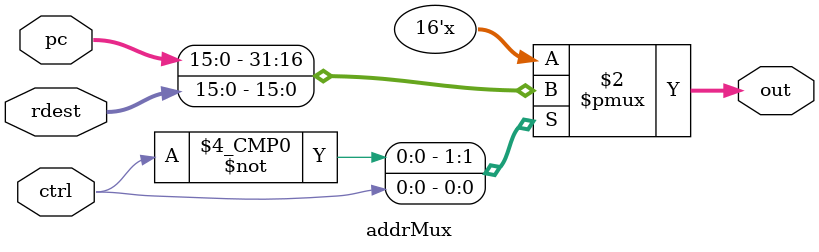
<source format=v>
`timescale 1ns / 1ps


module addrMux (rdest, pc, ctrl, out);
	
	input ctrl;
	input [15:0] rdest, pc;
	output reg[15:0] out;

always @(ctrl, rdest, pc)
begin
	case (ctrl)
	
	1'b0:
		begin
			out = pc;
		end
		
	1'b1:
		begin
			out = rdest;
		end
	default: out = rdest;
	endcase
end

endmodule
</source>
